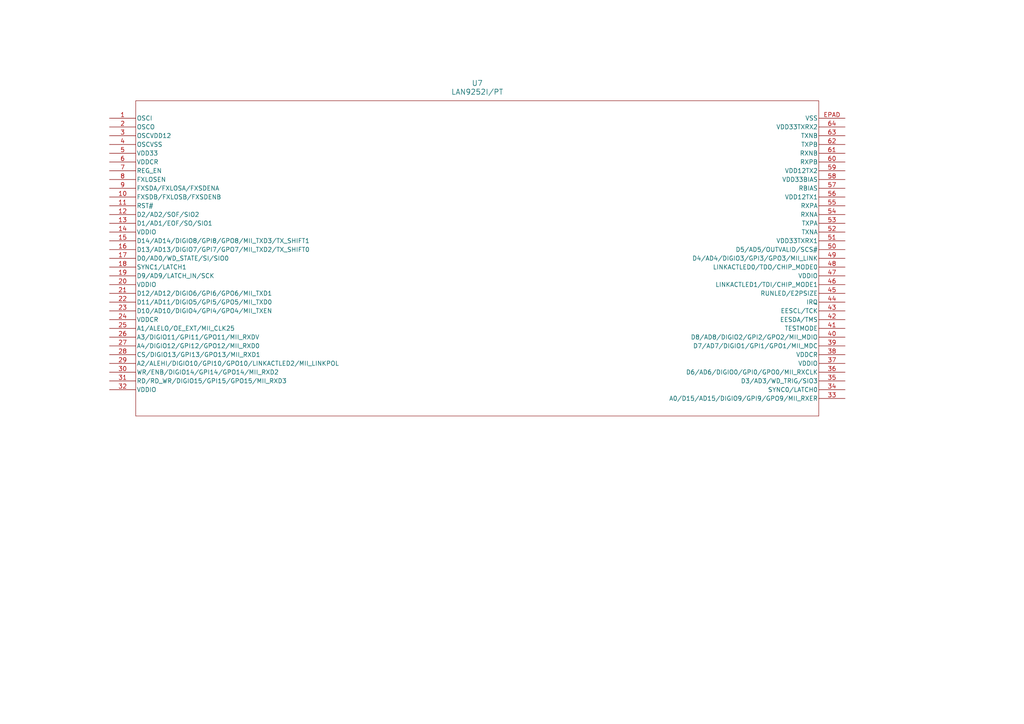
<source format=kicad_sch>
(kicad_sch (version 20231120) (generator "eeschema") (generator_version "8.0")
  (paper "A4")
  (lib_symbols
    (symbol "2024-07-01_06-48-51:LAN9252I_PT" (pin_names (offset 0.254))
      (property "Reference" "U" (at 106.68 10.16 0))
      (property "Value" "LAN9252I/PT" (at 106.68 7.62 0))
      (symbol "LAN9252I_PT_0_1"
        (polyline (pts (xy 7.62 -86.36) (xy 205.74 -86.36)) (stroke (width 0.127)))
        (polyline (pts (xy 7.62 5.08) (xy 7.62 -86.36)) (stroke (width 0.127)))
        (polyline (pts (xy 205.74 -86.36) (xy 205.74 5.08)) (stroke (width 0.127)))
        (polyline (pts (xy 205.74 5.08) (xy 7.62 5.08)) (stroke (width 0.127)))
        (pin unspecified line (at 0 0 0) (length 7.62) (name "OSCI") (number "1"))
        (pin unspecified line (at 0 -22.86 0) (length 7.62) (name "FXSDB/FXLOSB/FXSDENB") (number "10"))
        (pin unspecified line (at 0 -25.4 0) (length 7.62) (name "RST#") (number "11"))
        (pin unspecified line (at 0 -27.94 0) (length 7.62) (name "D2/AD2/SOF/SIO2") (number "12"))
        (pin unspecified line (at 0 -30.48 0) (length 7.62) (name "D1/AD1/EOF/SO/SIO1") (number "13"))
        (pin unspecified line (at 0 -33.02 0) (length 7.62) (name "VDDIO") (number "14"))
        (pin unspecified line (at 0 -35.56 0) (length 7.62) (name "D14/AD14/DIGIO8/GPI8/GPO8/MII_TXD3/TX_SHIFT1") (number "15"))
        (pin unspecified line (at 0 -38.1 0) (length 7.62) (name "D13/AD13/DIGIO7/GPI7/GPO7/MII_TXD2/TX_SHIFT0") (number "16"))
        (pin unspecified line (at 0 -40.64 0) (length 7.62) (name "D0/AD0/WD_STATE/SI/SIO0") (number "17"))
        (pin unspecified line (at 0 -43.18 0) (length 7.62) (name "SYNC1/LATCH1") (number "18"))
        (pin unspecified line (at 0 -45.72 0) (length 7.62) (name "D9/AD9/LATCH_IN/SCK") (number "19"))
        (pin unspecified line (at 0 -2.54 0) (length 7.62) (name "OSCO") (number "2"))
        (pin unspecified line (at 0 -48.26 0) (length 7.62) (name "VDDIO") (number "20"))
        (pin unspecified line (at 0 -50.8 0) (length 7.62) (name "D12/AD12/DIGIO6/GPI6/GPO6/MII_TXD1") (number "21"))
        (pin unspecified line (at 0 -53.34 0) (length 7.62) (name "D11/AD11/DIGIO5/GPI5/GPO5/MII_TXD0") (number "22"))
        (pin unspecified line (at 0 -55.88 0) (length 7.62) (name "D10/AD10/DIGIO4/GPI4/GPO4/MII_TXEN") (number "23"))
        (pin unspecified line (at 0 -58.42 0) (length 7.62) (name "VDDCR") (number "24"))
        (pin unspecified line (at 0 -60.96 0) (length 7.62) (name "A1/ALELO/OE_EXT/MII_CLK25") (number "25"))
        (pin unspecified line (at 0 -63.5 0) (length 7.62) (name "A3/DIGIO11/GPI11/GPO11/MII_RXDV") (number "26"))
        (pin unspecified line (at 0 -66.04 0) (length 7.62) (name "A4/DIGIO12/GPI12/GPO12/MII_RXD0") (number "27"))
        (pin unspecified line (at 0 -68.58 0) (length 7.62) (name "CS/DIGIO13/GPI13/GPO13/MII_RXD1") (number "28"))
        (pin unspecified line (at 0 -71.12 0) (length 7.62) (name "A2/ALEHI/DIGIO10/GPI10/GPO10/LINKACTLED2/MII_LINKPOL") (number "29"))
        (pin unspecified line (at 0 -5.08 0) (length 7.62) (name "OSCVDD12") (number "3"))
        (pin unspecified line (at 0 -73.66 0) (length 7.62) (name "WR/ENB/DIGIO14/GPI14/GPO14/MII_RXD2") (number "30"))
        (pin unspecified line (at 0 -76.2 0) (length 7.62) (name "RD/RD_WR/DIGIO15/GPI15/GPO15/MII_RXD3") (number "31"))
        (pin unspecified line (at 0 -78.74 0) (length 7.62) (name "VDDIO") (number "32"))
        (pin unspecified line (at 213.36 -81.28 180) (length 7.62) (name "A0/D15/AD15/DIGIO9/GPI9/GPO9/MII_RXER") (number "33"))
        (pin unspecified line (at 213.36 -78.74 180) (length 7.62) (name "SYNC0/LATCH0") (number "34"))
        (pin unspecified line (at 213.36 -76.2 180) (length 7.62) (name "D3/AD3/WD_TRIG/SIO3") (number "35"))
        (pin unspecified line (at 213.36 -73.66 180) (length 7.62) (name "D6/AD6/DIGIO0/GPI0/GPO0/MII_RXCLK") (number "36"))
        (pin unspecified line (at 213.36 -71.12 180) (length 7.62) (name "VDDIO") (number "37"))
        (pin unspecified line (at 213.36 -68.58 180) (length 7.62) (name "VDDCR") (number "38"))
        (pin unspecified line (at 213.36 -66.04 180) (length 7.62) (name "D7/AD7/DIGIO1/GPI1/GPO1/MII_MDC") (number "39"))
        (pin unspecified line (at 0 -7.62 0) (length 7.62) (name "OSCVSS") (number "4"))
        (pin unspecified line (at 213.36 -63.5 180) (length 7.62) (name "D8/AD8/DIGIO2/GPI2/GPO2/MII_MDIO") (number "40"))
        (pin unspecified line (at 213.36 -60.96 180) (length 7.62) (name "TESTMODE") (number "41"))
        (pin unspecified line (at 213.36 -58.42 180) (length 7.62) (name "EESDA/TMS") (number "42"))
        (pin unspecified line (at 213.36 -55.88 180) (length 7.62) (name "EESCL/TCK") (number "43"))
        (pin unspecified line (at 213.36 -53.34 180) (length 7.62) (name "IRQ") (number "44"))
        (pin unspecified line (at 213.36 -50.8 180) (length 7.62) (name "RUNLED/E2PSIZE") (number "45"))
        (pin unspecified line (at 213.36 -48.26 180) (length 7.62) (name "LINKACTLED1/TDI/CHIP_MODE1") (number "46"))
        (pin unspecified line (at 213.36 -45.72 180) (length 7.62) (name "VDDIO") (number "47"))
        (pin unspecified line (at 213.36 -43.18 180) (length 7.62) (name "LINKACTLED0/TDO/CHIP_MODE0") (number "48"))
        (pin unspecified line (at 213.36 -40.64 180) (length 7.62) (name "D4/AD4/DIGIO3/GPI3/GPO3/MII_LINK") (number "49"))
        (pin unspecified line (at 0 -10.16 0) (length 7.62) (name "VDD33") (number "5"))
        (pin unspecified line (at 213.36 -38.1 180) (length 7.62) (name "D5/AD5/OUTVALID/SCS#") (number "50"))
        (pin unspecified line (at 213.36 -35.56 180) (length 7.62) (name "VDD33TXRX1") (number "51"))
        (pin unspecified line (at 213.36 -33.02 180) (length 7.62) (name "TXNA") (number "52"))
        (pin unspecified line (at 213.36 -30.48 180) (length 7.62) (name "TXPA") (number "53"))
        (pin unspecified line (at 213.36 -27.94 180) (length 7.62) (name "RXNA") (number "54"))
        (pin unspecified line (at 213.36 -25.4 180) (length 7.62) (name "RXPA") (number "55"))
        (pin unspecified line (at 213.36 -22.86 180) (length 7.62) (name "VDD12TX1") (number "56"))
        (pin unspecified line (at 213.36 -20.32 180) (length 7.62) (name "RBIAS") (number "57"))
        (pin unspecified line (at 213.36 -17.78 180) (length 7.62) (name "VDD33BIAS") (number "58"))
        (pin unspecified line (at 213.36 -15.24 180) (length 7.62) (name "VDD12TX2") (number "59"))
        (pin unspecified line (at 0 -12.7 0) (length 7.62) (name "VDDCR") (number "6"))
        (pin unspecified line (at 213.36 -12.7 180) (length 7.62) (name "RXPB") (number "60"))
        (pin unspecified line (at 213.36 -10.16 180) (length 7.62) (name "RXNB") (number "61"))
        (pin unspecified line (at 213.36 -7.62 180) (length 7.62) (name "TXPB") (number "62"))
        (pin unspecified line (at 213.36 -5.08 180) (length 7.62) (name "TXNB") (number "63"))
        (pin unspecified line (at 213.36 -2.54 180) (length 7.62) (name "VDD33TXRX2") (number "64"))
        (pin unspecified line (at 0 -15.24 0) (length 7.62) (name "REG_EN") (number "7"))
        (pin unspecified line (at 0 -17.78 0) (length 7.62) (name "FXLOSEN") (number "8"))
        (pin unspecified line (at 0 -20.32 0) (length 7.62) (name "FXSDA/FXLOSA/FXSDENA") (number "9"))
        (pin unspecified line (at 213.36 0 180) (length 7.62) (name "VSS") (number "EPAD"))
      )
    )
  )
  (symbol (lib_id "2024-07-01_06-48-51:LAN9252I_PT") (at 31.75 34.29 0) (unit 1)
    (property "Reference" "U7" (at 138.43 24.13 0) (effects (font (size 1.524 1.524))))
    (property "Value" "LAN9252I/PT" (at 138.43 26.67 0) (effects (font (size 1.524 1.524))))
    (property "Footprint" "TQFP-EP64_PT_MCH" (effects (hide yes)))
    (property "Datasheet" "LAN9252I/PT" (effects (hide yes)))
  )
)
</source>
